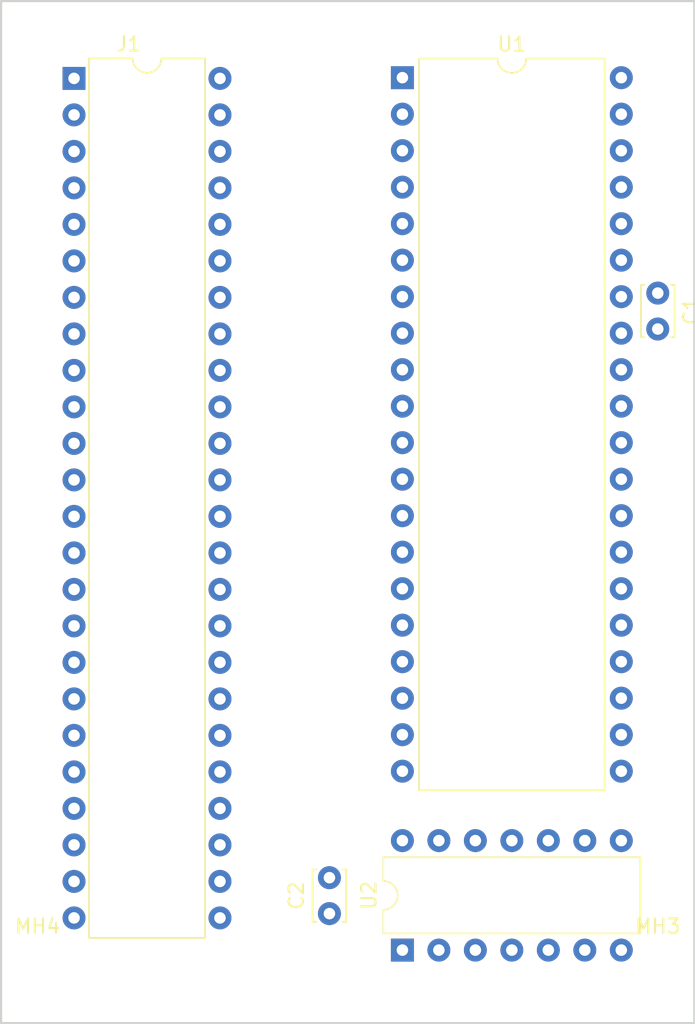
<source format=kicad_pcb>
(kicad_pcb (version 20171130) (host pcbnew 5.1.5+dfsg1-2build2)

  (general
    (thickness 1.6)
    (drawings 4)
    (tracks 0)
    (zones 0)
    (modules 9)
    (nets 59)
  )

  (page A4)
  (layers
    (0 F.Cu signal hide)
    (31 B.Cu signal)
    (32 B.Adhes user)
    (33 F.Adhes user)
    (34 B.Paste user)
    (35 F.Paste user)
    (36 B.SilkS user)
    (37 F.SilkS user)
    (38 B.Mask user)
    (39 F.Mask user)
    (40 Dwgs.User user)
    (41 Cmts.User user)
    (42 Eco1.User user)
    (43 Eco2.User user)
    (44 Edge.Cuts user)
    (45 Margin user)
    (46 B.CrtYd user)
    (47 F.CrtYd user)
    (48 B.Fab user)
    (49 F.Fab user)
  )

  (setup
    (last_trace_width 0.2)
    (user_trace_width 0.2)
    (user_trace_width 0.4)
    (user_trace_width 0.6)
    (user_trace_width 0.8)
    (user_trace_width 1)
    (user_trace_width 1.2)
    (user_trace_width 1.6)
    (user_trace_width 2)
    (trace_clearance 0.2)
    (zone_clearance 0.35)
    (zone_45_only no)
    (trace_min 0.1524)
    (via_size 0.6)
    (via_drill 0.3)
    (via_min_size 0.5)
    (via_min_drill 0.2)
    (user_via 0.9 0.5)
    (user_via 1.2 0.8)
    (user_via 1.4 0.9)
    (user_via 1.5 1)
    (uvia_size 0.3)
    (uvia_drill 0.1)
    (uvias_allowed no)
    (uvia_min_size 0.2)
    (uvia_min_drill 0.1)
    (edge_width 0.15)
    (segment_width 0.2)
    (pcb_text_width 0.3)
    (pcb_text_size 1.5 1.5)
    (mod_edge_width 0.15)
    (mod_text_size 1 1)
    (mod_text_width 0.15)
    (pad_size 3.2 3.2)
    (pad_drill 3.2)
    (pad_to_mask_clearance 0.051)
    (solder_mask_min_width 0.25)
    (aux_axis_origin 101 70)
    (grid_origin 101 70)
    (visible_elements FFFDFF7F)
    (pcbplotparams
      (layerselection 0x010fc_ffffffff)
      (usegerberextensions false)
      (usegerberattributes false)
      (usegerberadvancedattributes false)
      (creategerberjobfile false)
      (excludeedgelayer true)
      (linewidth 0.100000)
      (plotframeref false)
      (viasonmask false)
      (mode 1)
      (useauxorigin false)
      (hpglpennumber 1)
      (hpglpenspeed 20)
      (hpglpendiameter 15.000000)
      (psnegative false)
      (psa4output false)
      (plotreference true)
      (plotvalue true)
      (plotinvisibletext false)
      (padsonsilk false)
      (subtractmaskfromsilk false)
      (outputformat 1)
      (mirror false)
      (drillshape 1)
      (scaleselection 1)
      (outputdirectory ""))
  )

  (net 0 "")
  (net 1 VCC)
  (net 2 GND)
  (net 3 "Net-(U1-Pad20)")
  (net 4 "Net-(U1-Pad19)")
  (net 5 "Net-(U1-Pad18)")
  (net 6 "Net-(U1-Pad17)")
  (net 7 "Net-(U1-Pad16)")
  (net 8 "Net-(U1-Pad15)")
  (net 9 "Net-(U1-Pad14)")
  (net 10 "Net-(U1-Pad13)")
  (net 11 "Net-(J1-Pad20)")
  (net 12 /P53)
  (net 13 "Net-(J1-Pad30)")
  (net 14 "Net-(J1-Pad21)")
  (net 15 /P26)
  (net 16 "Net-(J1-Pad22)")
  (net 17 "Net-(J1-Pad27)")
  (net 18 /P27)
  (net 19 /P47)
  (net 20 "Net-(J1-Pad28)")
  (net 21 "Net-(J1-Pad29)")
  (net 22 /P46)
  (net 23 "Net-(J1-Pad26)")
  (net 24 "Net-(J1-Pad19)")
  (net 25 /P25)
  (net 26 "Net-(J1-Pad47)")
  (net 27 /P24)
  (net 28 "Net-(J1-Pad46)")
  (net 29 /P23)
  (net 30 "Net-(J1-Pad45)")
  (net 31 /P22)
  (net 32 "Net-(J1-Pad44)")
  (net 33 /P21)
  (net 34 "Net-(J1-Pad43)")
  (net 35 /P20)
  (net 36 /P34)
  (net 37 "Net-(J1-Pad10)")
  (net 38 /P35)
  (net 39 /P17)
  (net 40 /P36)
  (net 41 /P16)
  (net 42 "Net-(J1-Pad39)")
  (net 43 /P15)
  (net 44 /P40)
  (net 45 /P14)
  (net 46 /P41)
  (net 47 /P13)
  (net 48 /P42)
  (net 49 /P12)
  (net 50 /P11)
  (net 51 /P44)
  (net 52 /P10)
  (net 53 /P45)
  (net 54 /#RESET)
  (net 55 "Net-(U2-Pad6)")
  (net 56 "Net-(U2-Pad11)")
  (net 57 "Net-(U2-Pad8)")
  (net 58 "Net-(U1-Pad2)")

  (net_class Default "This is the default net class."
    (clearance 0.2)
    (trace_width 0.2)
    (via_dia 0.6)
    (via_drill 0.3)
    (uvia_dia 0.3)
    (uvia_drill 0.1)
    (diff_pair_width 0.2)
    (diff_pair_gap 0.2)
    (add_net /#RESET)
    (add_net /P10)
    (add_net /P11)
    (add_net /P12)
    (add_net /P13)
    (add_net /P14)
    (add_net /P15)
    (add_net /P16)
    (add_net /P17)
    (add_net /P20)
    (add_net /P21)
    (add_net /P22)
    (add_net /P23)
    (add_net /P24)
    (add_net /P25)
    (add_net /P26)
    (add_net /P27)
    (add_net /P34)
    (add_net /P35)
    (add_net /P36)
    (add_net /P40)
    (add_net /P41)
    (add_net /P42)
    (add_net /P44)
    (add_net /P45)
    (add_net /P46)
    (add_net /P47)
    (add_net /P53)
    (add_net GND)
    (add_net "Net-(J1-Pad10)")
    (add_net "Net-(J1-Pad19)")
    (add_net "Net-(J1-Pad20)")
    (add_net "Net-(J1-Pad21)")
    (add_net "Net-(J1-Pad22)")
    (add_net "Net-(J1-Pad26)")
    (add_net "Net-(J1-Pad27)")
    (add_net "Net-(J1-Pad28)")
    (add_net "Net-(J1-Pad29)")
    (add_net "Net-(J1-Pad30)")
    (add_net "Net-(J1-Pad39)")
    (add_net "Net-(J1-Pad43)")
    (add_net "Net-(J1-Pad44)")
    (add_net "Net-(J1-Pad45)")
    (add_net "Net-(J1-Pad46)")
    (add_net "Net-(J1-Pad47)")
    (add_net "Net-(U1-Pad13)")
    (add_net "Net-(U1-Pad14)")
    (add_net "Net-(U1-Pad15)")
    (add_net "Net-(U1-Pad16)")
    (add_net "Net-(U1-Pad17)")
    (add_net "Net-(U1-Pad18)")
    (add_net "Net-(U1-Pad19)")
    (add_net "Net-(U1-Pad2)")
    (add_net "Net-(U1-Pad20)")
    (add_net "Net-(U2-Pad11)")
    (add_net "Net-(U2-Pad6)")
    (add_net "Net-(U2-Pad8)")
    (add_net VCC)
  )

  (module Package_DIP:DIP-14_W7.62mm (layer F.Cu) (tedit 5A02E8C5) (tstamp 618AB1BD)
    (at 126.4 133.5 90)
    (descr "14-lead though-hole mounted DIP package, row spacing 7.62 mm (300 mils)")
    (tags "THT DIP DIL PDIP 2.54mm 7.62mm 300mil")
    (path /618CEFAB)
    (fp_text reference U2 (at 3.81 -2.33 90) (layer F.SilkS)
      (effects (font (size 1 1) (thickness 0.15)))
    )
    (fp_text value 74HCT126 (at 3.81 17.57 90) (layer F.Fab)
      (effects (font (size 1 1) (thickness 0.15)))
    )
    (fp_text user %R (at 3.81 7.62 90) (layer F.Fab)
      (effects (font (size 1 1) (thickness 0.15)))
    )
    (fp_line (start 8.7 -1.55) (end -1.1 -1.55) (layer F.CrtYd) (width 0.05))
    (fp_line (start 8.7 16.8) (end 8.7 -1.55) (layer F.CrtYd) (width 0.05))
    (fp_line (start -1.1 16.8) (end 8.7 16.8) (layer F.CrtYd) (width 0.05))
    (fp_line (start -1.1 -1.55) (end -1.1 16.8) (layer F.CrtYd) (width 0.05))
    (fp_line (start 6.46 -1.33) (end 4.81 -1.33) (layer F.SilkS) (width 0.12))
    (fp_line (start 6.46 16.57) (end 6.46 -1.33) (layer F.SilkS) (width 0.12))
    (fp_line (start 1.16 16.57) (end 6.46 16.57) (layer F.SilkS) (width 0.12))
    (fp_line (start 1.16 -1.33) (end 1.16 16.57) (layer F.SilkS) (width 0.12))
    (fp_line (start 2.81 -1.33) (end 1.16 -1.33) (layer F.SilkS) (width 0.12))
    (fp_line (start 0.635 -0.27) (end 1.635 -1.27) (layer F.Fab) (width 0.1))
    (fp_line (start 0.635 16.51) (end 0.635 -0.27) (layer F.Fab) (width 0.1))
    (fp_line (start 6.985 16.51) (end 0.635 16.51) (layer F.Fab) (width 0.1))
    (fp_line (start 6.985 -1.27) (end 6.985 16.51) (layer F.Fab) (width 0.1))
    (fp_line (start 1.635 -1.27) (end 6.985 -1.27) (layer F.Fab) (width 0.1))
    (fp_arc (start 3.81 -1.33) (end 2.81 -1.33) (angle -180) (layer F.SilkS) (width 0.12))
    (pad 14 thru_hole oval (at 7.62 0 90) (size 1.6 1.6) (drill 0.8) (layers *.Cu *.Mask)
      (net 1 VCC))
    (pad 7 thru_hole oval (at 0 15.24 90) (size 1.6 1.6) (drill 0.8) (layers *.Cu *.Mask)
      (net 2 GND))
    (pad 13 thru_hole oval (at 7.62 2.54 90) (size 1.6 1.6) (drill 0.8) (layers *.Cu *.Mask)
      (net 2 GND))
    (pad 6 thru_hole oval (at 0 12.7 90) (size 1.6 1.6) (drill 0.8) (layers *.Cu *.Mask)
      (net 55 "Net-(U2-Pad6)"))
    (pad 12 thru_hole oval (at 7.62 5.08 90) (size 1.6 1.6) (drill 0.8) (layers *.Cu *.Mask)
      (net 2 GND))
    (pad 5 thru_hole oval (at 0 10.16 90) (size 1.6 1.6) (drill 0.8) (layers *.Cu *.Mask)
      (net 2 GND))
    (pad 11 thru_hole oval (at 7.62 7.62 90) (size 1.6 1.6) (drill 0.8) (layers *.Cu *.Mask)
      (net 56 "Net-(U2-Pad11)"))
    (pad 4 thru_hole oval (at 0 7.62 90) (size 1.6 1.6) (drill 0.8) (layers *.Cu *.Mask)
      (net 2 GND))
    (pad 10 thru_hole oval (at 7.62 10.16 90) (size 1.6 1.6) (drill 0.8) (layers *.Cu *.Mask)
      (net 2 GND))
    (pad 3 thru_hole oval (at 0 5.08 90) (size 1.6 1.6) (drill 0.8) (layers *.Cu *.Mask)
      (net 54 /#RESET))
    (pad 9 thru_hole oval (at 7.62 12.7 90) (size 1.6 1.6) (drill 0.8) (layers *.Cu *.Mask)
      (net 2 GND))
    (pad 2 thru_hole oval (at 0 2.54 90) (size 1.6 1.6) (drill 0.8) (layers *.Cu *.Mask)
      (net 12 /P53))
    (pad 8 thru_hole oval (at 7.62 15.24 90) (size 1.6 1.6) (drill 0.8) (layers *.Cu *.Mask)
      (net 57 "Net-(U2-Pad8)"))
    (pad 1 thru_hole rect (at 0 0 90) (size 1.6 1.6) (drill 0.8) (layers *.Cu *.Mask)
      (net 1 VCC))
    (model ${KISYS3DMOD}/Package_DIP.3dshapes/DIP-14_W7.62mm.wrl
      (at (xyz 0 0 0))
      (scale (xyz 1 1 1))
      (rotate (xyz 0 0 0))
    )
  )

  (module Package_DIP:DIP-40_W15.24mm (layer F.Cu) (tedit 5A02E8C5) (tstamp 618AB36B)
    (at 126.4 72.79)
    (descr "40-lead though-hole mounted DIP package, row spacing 15.24 mm (600 mils)")
    (tags "THT DIP DIL PDIP 2.54mm 15.24mm 600mil")
    (path /621260A3)
    (fp_text reference U1 (at 7.62 -2.33) (layer F.SilkS)
      (effects (font (size 1 1) (thickness 0.15)))
    )
    (fp_text value HD6303R1P (at 7.62 50.59) (layer F.Fab)
      (effects (font (size 1 1) (thickness 0.15)))
    )
    (fp_text user %R (at 7.62 24.13) (layer F.Fab)
      (effects (font (size 1 1) (thickness 0.15)))
    )
    (fp_line (start 16.3 -1.55) (end -1.05 -1.55) (layer F.CrtYd) (width 0.05))
    (fp_line (start 16.3 49.8) (end 16.3 -1.55) (layer F.CrtYd) (width 0.05))
    (fp_line (start -1.05 49.8) (end 16.3 49.8) (layer F.CrtYd) (width 0.05))
    (fp_line (start -1.05 -1.55) (end -1.05 49.8) (layer F.CrtYd) (width 0.05))
    (fp_line (start 14.08 -1.33) (end 8.62 -1.33) (layer F.SilkS) (width 0.12))
    (fp_line (start 14.08 49.59) (end 14.08 -1.33) (layer F.SilkS) (width 0.12))
    (fp_line (start 1.16 49.59) (end 14.08 49.59) (layer F.SilkS) (width 0.12))
    (fp_line (start 1.16 -1.33) (end 1.16 49.59) (layer F.SilkS) (width 0.12))
    (fp_line (start 6.62 -1.33) (end 1.16 -1.33) (layer F.SilkS) (width 0.12))
    (fp_line (start 0.255 -0.27) (end 1.255 -1.27) (layer F.Fab) (width 0.1))
    (fp_line (start 0.255 49.53) (end 0.255 -0.27) (layer F.Fab) (width 0.1))
    (fp_line (start 14.985 49.53) (end 0.255 49.53) (layer F.Fab) (width 0.1))
    (fp_line (start 14.985 -1.27) (end 14.985 49.53) (layer F.Fab) (width 0.1))
    (fp_line (start 1.255 -1.27) (end 14.985 -1.27) (layer F.Fab) (width 0.1))
    (fp_arc (start 7.62 -1.33) (end 6.62 -1.33) (angle -180) (layer F.SilkS) (width 0.12))
    (pad 40 thru_hole oval (at 15.24 0) (size 1.6 1.6) (drill 0.8) (layers *.Cu *.Mask)
      (net 19 /P47))
    (pad 20 thru_hole oval (at 0 48.26) (size 1.6 1.6) (drill 0.8) (layers *.Cu *.Mask)
      (net 3 "Net-(U1-Pad20)"))
    (pad 39 thru_hole oval (at 15.24 2.54) (size 1.6 1.6) (drill 0.8) (layers *.Cu *.Mask)
      (net 44 /P40))
    (pad 19 thru_hole oval (at 0 45.72) (size 1.6 1.6) (drill 0.8) (layers *.Cu *.Mask)
      (net 4 "Net-(U1-Pad19)"))
    (pad 38 thru_hole oval (at 15.24 5.08) (size 1.6 1.6) (drill 0.8) (layers *.Cu *.Mask)
      (net 46 /P41))
    (pad 18 thru_hole oval (at 0 43.18) (size 1.6 1.6) (drill 0.8) (layers *.Cu *.Mask)
      (net 5 "Net-(U1-Pad18)"))
    (pad 37 thru_hole oval (at 15.24 7.62) (size 1.6 1.6) (drill 0.8) (layers *.Cu *.Mask)
      (net 52 /P10))
    (pad 17 thru_hole oval (at 0 40.64) (size 1.6 1.6) (drill 0.8) (layers *.Cu *.Mask)
      (net 6 "Net-(U1-Pad17)"))
    (pad 36 thru_hole oval (at 15.24 10.16) (size 1.6 1.6) (drill 0.8) (layers *.Cu *.Mask)
      (net 50 /P11))
    (pad 16 thru_hole oval (at 0 38.1) (size 1.6 1.6) (drill 0.8) (layers *.Cu *.Mask)
      (net 7 "Net-(U1-Pad16)"))
    (pad 35 thru_hole oval (at 15.24 12.7) (size 1.6 1.6) (drill 0.8) (layers *.Cu *.Mask)
      (net 49 /P12))
    (pad 15 thru_hole oval (at 0 35.56) (size 1.6 1.6) (drill 0.8) (layers *.Cu *.Mask)
      (net 8 "Net-(U1-Pad15)"))
    (pad 34 thru_hole oval (at 15.24 15.24) (size 1.6 1.6) (drill 0.8) (layers *.Cu *.Mask)
      (net 47 /P13))
    (pad 14 thru_hole oval (at 0 33.02) (size 1.6 1.6) (drill 0.8) (layers *.Cu *.Mask)
      (net 9 "Net-(U1-Pad14)"))
    (pad 33 thru_hole oval (at 15.24 17.78) (size 1.6 1.6) (drill 0.8) (layers *.Cu *.Mask)
      (net 45 /P14))
    (pad 13 thru_hole oval (at 0 30.48) (size 1.6 1.6) (drill 0.8) (layers *.Cu *.Mask)
      (net 10 "Net-(U1-Pad13)"))
    (pad 32 thru_hole oval (at 15.24 20.32) (size 1.6 1.6) (drill 0.8) (layers *.Cu *.Mask)
      (net 43 /P15))
    (pad 12 thru_hole oval (at 0 27.94) (size 1.6 1.6) (drill 0.8) (layers *.Cu *.Mask)
      (net 51 /P44))
    (pad 31 thru_hole oval (at 15.24 22.86) (size 1.6 1.6) (drill 0.8) (layers *.Cu *.Mask)
      (net 41 /P16))
    (pad 11 thru_hole oval (at 0 25.4) (size 1.6 1.6) (drill 0.8) (layers *.Cu *.Mask)
      (net 53 /P45))
    (pad 30 thru_hole oval (at 15.24 25.4) (size 1.6 1.6) (drill 0.8) (layers *.Cu *.Mask)
      (net 39 /P17))
    (pad 10 thru_hole oval (at 0 22.86) (size 1.6 1.6) (drill 0.8) (layers *.Cu *.Mask)
      (net 40 /P36))
    (pad 29 thru_hole oval (at 15.24 27.94) (size 1.6 1.6) (drill 0.8) (layers *.Cu *.Mask)
      (net 35 /P20))
    (pad 9 thru_hole oval (at 0 20.32) (size 1.6 1.6) (drill 0.8) (layers *.Cu *.Mask)
      (net 38 /P35))
    (pad 28 thru_hole oval (at 15.24 30.48) (size 1.6 1.6) (drill 0.8) (layers *.Cu *.Mask)
      (net 33 /P21))
    (pad 8 thru_hole oval (at 0 17.78) (size 1.6 1.6) (drill 0.8) (layers *.Cu *.Mask)
      (net 36 /P34))
    (pad 27 thru_hole oval (at 15.24 33.02) (size 1.6 1.6) (drill 0.8) (layers *.Cu *.Mask)
      (net 31 /P22))
    (pad 7 thru_hole oval (at 0 15.24) (size 1.6 1.6) (drill 0.8) (layers *.Cu *.Mask)
      (net 1 VCC))
    (pad 26 thru_hole oval (at 15.24 35.56) (size 1.6 1.6) (drill 0.8) (layers *.Cu *.Mask)
      (net 29 /P23))
    (pad 6 thru_hole oval (at 0 12.7) (size 1.6 1.6) (drill 0.8) (layers *.Cu *.Mask)
      (net 54 /#RESET))
    (pad 25 thru_hole oval (at 15.24 38.1) (size 1.6 1.6) (drill 0.8) (layers *.Cu *.Mask)
      (net 27 /P24))
    (pad 5 thru_hole oval (at 0 10.16) (size 1.6 1.6) (drill 0.8) (layers *.Cu *.Mask)
      (net 48 /P42))
    (pad 24 thru_hole oval (at 15.24 40.64) (size 1.6 1.6) (drill 0.8) (layers *.Cu *.Mask)
      (net 25 /P25))
    (pad 4 thru_hole oval (at 0 7.62) (size 1.6 1.6) (drill 0.8) (layers *.Cu *.Mask)
      (net 38 /P35))
    (pad 23 thru_hole oval (at 15.24 43.18) (size 1.6 1.6) (drill 0.8) (layers *.Cu *.Mask)
      (net 15 /P26))
    (pad 3 thru_hole oval (at 0 5.08) (size 1.6 1.6) (drill 0.8) (layers *.Cu *.Mask)
      (net 22 /P46))
    (pad 22 thru_hole oval (at 15.24 45.72) (size 1.6 1.6) (drill 0.8) (layers *.Cu *.Mask)
      (net 18 /P27))
    (pad 2 thru_hole oval (at 0 2.54) (size 1.6 1.6) (drill 0.8) (layers *.Cu *.Mask)
      (net 58 "Net-(U1-Pad2)"))
    (pad 21 thru_hole oval (at 15.24 48.26) (size 1.6 1.6) (drill 0.8) (layers *.Cu *.Mask)
      (net 1 VCC))
    (pad 1 thru_hole rect (at 0 0) (size 1.6 1.6) (drill 0.8) (layers *.Cu *.Mask)
      (net 2 GND))
    (model ${KISYS3DMOD}/Package_DIP.3dshapes/DIP-40_W15.24mm.wrl
      (at (xyz 0 0 0))
      (scale (xyz 1 1 1))
      (rotate (xyz 0 0 0))
    )
  )

  (module 0-LocalLibrary:DIP-48_W10.16mm (layer F.Cu) (tedit 618A4CDE) (tstamp 618AAE8B)
    (at 103.54 72.84)
    (descr "48-lead dip package, row spacing 10.16 mm (400 mils)")
    (tags "DIL DIP PDIP 2.54mm 10.16mm 400mil")
    (path /6188D20A)
    (fp_text reference J1 (at 3.81 -2.39) (layer F.SilkS)
      (effects (font (size 1 1) (thickness 0.15)))
    )
    (fp_text value BionicConnector (at 5.08 60.96) (layer F.Fab)
      (effects (font (size 1 1) (thickness 0.15)))
    )
    (fp_line (start 11.22 60.02) (end 11.22 18.72) (layer F.CrtYd) (width 0.05))
    (fp_line (start 9.905 59.69) (end 0.255 59.69) (layer F.Fab) (width 0.1))
    (fp_line (start 0.255 59.69) (end 0.255 20.05) (layer F.Fab) (width 0.1))
    (fp_line (start -1.1 60.02) (end 11.22 60.02) (layer F.CrtYd) (width 0.05))
    (fp_line (start -1.1 18.72) (end -1.1 60.02) (layer F.CrtYd) (width 0.05))
    (fp_line (start 9.12 59.81) (end 9.12 18.93) (layer F.SilkS) (width 0.12))
    (fp_line (start 1.04 59.81) (end 9.12 59.81) (layer F.SilkS) (width 0.12))
    (fp_line (start 1.04 18.93) (end 1.04 59.81) (layer F.SilkS) (width 0.12))
    (fp_line (start 9.905 19.05) (end 9.905 59.69) (layer F.Fab) (width 0.1))
    (fp_arc (start 5.08 -1.39) (end 4.08 -1.39) (angle -180) (layer F.SilkS) (width 0.12))
    (fp_line (start 11.22 -1.6) (end -1.1 -1.6) (layer F.CrtYd) (width 0.05))
    (fp_line (start 11.22 39.7) (end 11.22 -1.6) (layer F.CrtYd) (width 0.05))
    (fp_line (start -1.1 -1.6) (end -1.1 39.7) (layer F.CrtYd) (width 0.05))
    (fp_line (start 9.12 -1.39) (end 6.08 -1.39) (layer F.SilkS) (width 0.12))
    (fp_line (start 9.12 39.49) (end 9.12 -1.39) (layer F.SilkS) (width 0.12))
    (fp_line (start 1.04 -1.39) (end 1.04 39.49) (layer F.SilkS) (width 0.12))
    (fp_line (start 4.08 -1.39) (end 1.04 -1.39) (layer F.SilkS) (width 0.12))
    (fp_line (start 0.255 -0.27) (end 1.255 -1.27) (layer F.Fab) (width 0.1))
    (fp_line (start 0.255 39.37) (end 0.255 -0.27) (layer F.Fab) (width 0.1))
    (fp_line (start 9.905 -1.27) (end 9.905 39.37) (layer F.Fab) (width 0.1))
    (fp_line (start 1.255 -1.27) (end 9.905 -1.27) (layer F.Fab) (width 0.1))
    (fp_text user %R (at 3.81 19.05) (layer F.Fab)
      (effects (font (size 1 1) (thickness 0.15)))
    )
    (pad 20 thru_hole oval (at 0 48.26) (size 1.6 1.6) (drill 0.8) (layers *.Cu *.Mask)
      (net 11 "Net-(J1-Pad20)"))
    (pad 24 thru_hole oval (at 0 58.42) (size 1.6 1.6) (drill 0.8) (layers *.Cu *.Mask)
      (net 1 VCC))
    (pad 25 thru_hole oval (at 10.16 58.42) (size 1.6 1.6) (drill 0.8) (layers *.Cu *.Mask)
      (net 1 VCC))
    (pad 23 thru_hole oval (at 0 55.88) (size 1.6 1.6) (drill 0.8) (layers *.Cu *.Mask)
      (net 12 /P53))
    (pad 30 thru_hole oval (at 10.16 45.72) (size 1.6 1.6) (drill 0.8) (layers *.Cu *.Mask)
      (net 13 "Net-(J1-Pad30)"))
    (pad 21 thru_hole oval (at 0 50.8) (size 1.6 1.6) (drill 0.8) (layers *.Cu *.Mask)
      (net 14 "Net-(J1-Pad21)"))
    (pad 17 thru_hole oval (at 0 40.64) (size 1.6 1.6) (drill 0.8) (layers *.Cu *.Mask)
      (net 15 /P26))
    (pad 22 thru_hole oval (at 0 53.34) (size 1.6 1.6) (drill 0.8) (layers *.Cu *.Mask)
      (net 16 "Net-(J1-Pad22)"))
    (pad 27 thru_hole oval (at 10.16 53.34) (size 1.6 1.6) (drill 0.8) (layers *.Cu *.Mask)
      (net 17 "Net-(J1-Pad27)"))
    (pad 18 thru_hole oval (at 0 43.18) (size 1.6 1.6) (drill 0.8) (layers *.Cu *.Mask)
      (net 18 /P27))
    (pad 31 thru_hole oval (at 10.16 43.18) (size 1.6 1.6) (drill 0.8) (layers *.Cu *.Mask)
      (net 19 /P47))
    (pad 28 thru_hole oval (at 10.16 50.8) (size 1.6 1.6) (drill 0.8) (layers *.Cu *.Mask)
      (net 20 "Net-(J1-Pad28)"))
    (pad 29 thru_hole oval (at 10.16 48.26) (size 1.6 1.6) (drill 0.8) (layers *.Cu *.Mask)
      (net 21 "Net-(J1-Pad29)"))
    (pad 32 thru_hole oval (at 10.16 40.64) (size 1.6 1.6) (drill 0.8) (layers *.Cu *.Mask)
      (net 22 /P46))
    (pad 26 thru_hole oval (at 10.16 55.88) (size 1.6 1.6) (drill 0.8) (layers *.Cu *.Mask)
      (net 23 "Net-(J1-Pad26)"))
    (pad 19 thru_hole oval (at 0 45.72) (size 1.6 1.6) (drill 0.8) (layers *.Cu *.Mask)
      (net 24 "Net-(J1-Pad19)"))
    (pad 48 thru_hole oval (at 10.16 0) (size 1.6 1.6) (drill 0.8) (layers *.Cu *.Mask)
      (net 2 GND))
    (pad 16 thru_hole oval (at 0 38.1) (size 1.6 1.6) (drill 0.8) (layers *.Cu *.Mask)
      (net 25 /P25))
    (pad 47 thru_hole oval (at 10.16 2.54) (size 1.6 1.6) (drill 0.8) (layers *.Cu *.Mask)
      (net 26 "Net-(J1-Pad47)"))
    (pad 15 thru_hole oval (at 0 35.56) (size 1.6 1.6) (drill 0.8) (layers *.Cu *.Mask)
      (net 27 /P24))
    (pad 46 thru_hole oval (at 10.16 5.08) (size 1.6 1.6) (drill 0.8) (layers *.Cu *.Mask)
      (net 28 "Net-(J1-Pad46)"))
    (pad 14 thru_hole oval (at 0 33.02) (size 1.6 1.6) (drill 0.8) (layers *.Cu *.Mask)
      (net 29 /P23))
    (pad 45 thru_hole oval (at 10.16 7.62) (size 1.6 1.6) (drill 0.8) (layers *.Cu *.Mask)
      (net 30 "Net-(J1-Pad45)"))
    (pad 13 thru_hole oval (at 0 30.48) (size 1.6 1.6) (drill 0.8) (layers *.Cu *.Mask)
      (net 31 /P22))
    (pad 44 thru_hole oval (at 10.16 10.16) (size 1.6 1.6) (drill 0.8) (layers *.Cu *.Mask)
      (net 32 "Net-(J1-Pad44)"))
    (pad 12 thru_hole oval (at 0 27.94) (size 1.6 1.6) (drill 0.8) (layers *.Cu *.Mask)
      (net 33 /P21))
    (pad 43 thru_hole oval (at 10.16 12.7) (size 1.6 1.6) (drill 0.8) (layers *.Cu *.Mask)
      (net 34 "Net-(J1-Pad43)"))
    (pad 11 thru_hole oval (at 0 25.4) (size 1.6 1.6) (drill 0.8) (layers *.Cu *.Mask)
      (net 35 /P20))
    (pad 42 thru_hole oval (at 10.16 15.24) (size 1.6 1.6) (drill 0.8) (layers *.Cu *.Mask)
      (net 36 /P34))
    (pad 10 thru_hole oval (at 0 22.86) (size 1.6 1.6) (drill 0.8) (layers *.Cu *.Mask)
      (net 37 "Net-(J1-Pad10)"))
    (pad 41 thru_hole oval (at 10.16 17.78) (size 1.6 1.6) (drill 0.8) (layers *.Cu *.Mask)
      (net 38 /P35))
    (pad 9 thru_hole oval (at 0 20.32) (size 1.6 1.6) (drill 0.8) (layers *.Cu *.Mask)
      (net 39 /P17))
    (pad 40 thru_hole oval (at 10.16 20.32) (size 1.6 1.6) (drill 0.8) (layers *.Cu *.Mask)
      (net 40 /P36))
    (pad 8 thru_hole oval (at 0 17.78) (size 1.6 1.6) (drill 0.8) (layers *.Cu *.Mask)
      (net 41 /P16))
    (pad 39 thru_hole oval (at 10.16 22.86) (size 1.6 1.6) (drill 0.8) (layers *.Cu *.Mask)
      (net 42 "Net-(J1-Pad39)"))
    (pad 7 thru_hole oval (at 0 15.24) (size 1.6 1.6) (drill 0.8) (layers *.Cu *.Mask)
      (net 43 /P15))
    (pad 38 thru_hole oval (at 10.16 25.4) (size 1.6 1.6) (drill 0.8) (layers *.Cu *.Mask)
      (net 44 /P40))
    (pad 6 thru_hole oval (at 0 12.7) (size 1.6 1.6) (drill 0.8) (layers *.Cu *.Mask)
      (net 45 /P14))
    (pad 37 thru_hole oval (at 10.16 27.94) (size 1.6 1.6) (drill 0.8) (layers *.Cu *.Mask)
      (net 46 /P41))
    (pad 5 thru_hole oval (at 0 10.16) (size 1.6 1.6) (drill 0.8) (layers *.Cu *.Mask)
      (net 47 /P13))
    (pad 36 thru_hole oval (at 10.16 30.48) (size 1.6 1.6) (drill 0.8) (layers *.Cu *.Mask)
      (net 48 /P42))
    (pad 4 thru_hole oval (at 0 7.62) (size 1.6 1.6) (drill 0.8) (layers *.Cu *.Mask)
      (net 49 /P12))
    (pad 35 thru_hole oval (at 10.16 33.02) (size 1.6 1.6) (drill 0.8) (layers *.Cu *.Mask)
      (net 38 /P35))
    (pad 3 thru_hole oval (at 0 5.08) (size 1.6 1.6) (drill 0.8) (layers *.Cu *.Mask)
      (net 50 /P11))
    (pad 34 thru_hole oval (at 10.16 35.56) (size 1.6 1.6) (drill 0.8) (layers *.Cu *.Mask)
      (net 51 /P44))
    (pad 2 thru_hole oval (at 0 2.54) (size 1.6 1.6) (drill 0.8) (layers *.Cu *.Mask)
      (net 52 /P10))
    (pad 33 thru_hole oval (at 10.16 38.1) (size 1.6 1.6) (drill 0.8) (layers *.Cu *.Mask)
      (net 53 /P45))
    (pad 1 thru_hole rect (at 0 0) (size 1.6 1.6) (drill 0.8) (layers *.Cu *.Mask)
      (net 2 GND))
    (model ${KISYS3DMOD}/Package_DIP.3dshapes/DIP-32_W7.62mm.wrl
      (at (xyz 0 0 0))
      (scale (xyz 1 1 1))
      (rotate (xyz 0 0 0))
    )
  )

  (module Capacitor_THT:C_Disc_D3.4mm_W2.1mm_P2.50mm (layer F.Cu) (tedit 5AE50EF0) (tstamp 618AAE41)
    (at 121.32 130.96 90)
    (descr "C, Disc series, Radial, pin pitch=2.50mm, , diameter*width=3.4*2.1mm^2, Capacitor, http://www.vishay.com/docs/45233/krseries.pdf")
    (tags "C Disc series Radial pin pitch 2.50mm  diameter 3.4mm width 2.1mm Capacitor")
    (path /5D0E12B4)
    (fp_text reference C2 (at 1.25 -2.3 90) (layer F.SilkS)
      (effects (font (size 1 1) (thickness 0.15)))
    )
    (fp_text value 0.1u (at 1.25 2.3 90) (layer F.Fab)
      (effects (font (size 1 1) (thickness 0.15)))
    )
    (fp_text user %R (at 1.25 0 90) (layer F.Fab)
      (effects (font (size 0.68 0.68) (thickness 0.102)))
    )
    (fp_line (start 3.55 -1.3) (end -1.05 -1.3) (layer F.CrtYd) (width 0.05))
    (fp_line (start 3.55 1.3) (end 3.55 -1.3) (layer F.CrtYd) (width 0.05))
    (fp_line (start -1.05 1.3) (end 3.55 1.3) (layer F.CrtYd) (width 0.05))
    (fp_line (start -1.05 -1.3) (end -1.05 1.3) (layer F.CrtYd) (width 0.05))
    (fp_line (start 3.07 0.925) (end 3.07 1.17) (layer F.SilkS) (width 0.12))
    (fp_line (start 3.07 -1.17) (end 3.07 -0.925) (layer F.SilkS) (width 0.12))
    (fp_line (start -0.57 0.925) (end -0.57 1.17) (layer F.SilkS) (width 0.12))
    (fp_line (start -0.57 -1.17) (end -0.57 -0.925) (layer F.SilkS) (width 0.12))
    (fp_line (start -0.57 1.17) (end 3.07 1.17) (layer F.SilkS) (width 0.12))
    (fp_line (start -0.57 -1.17) (end 3.07 -1.17) (layer F.SilkS) (width 0.12))
    (fp_line (start 2.95 -1.05) (end -0.45 -1.05) (layer F.Fab) (width 0.1))
    (fp_line (start 2.95 1.05) (end 2.95 -1.05) (layer F.Fab) (width 0.1))
    (fp_line (start -0.45 1.05) (end 2.95 1.05) (layer F.Fab) (width 0.1))
    (fp_line (start -0.45 -1.05) (end -0.45 1.05) (layer F.Fab) (width 0.1))
    (pad 2 thru_hole circle (at 2.5 0 90) (size 1.6 1.6) (drill 0.8) (layers *.Cu *.Mask)
      (net 2 GND))
    (pad 1 thru_hole circle (at 0 0 90) (size 1.6 1.6) (drill 0.8) (layers *.Cu *.Mask)
      (net 1 VCC))
    (model ${KISYS3DMOD}/Capacitor_THT.3dshapes/C_Disc_D3.4mm_W2.1mm_P2.50mm.wrl
      (at (xyz 0 0 0))
      (scale (xyz 1 1 1))
      (rotate (xyz 0 0 0))
    )
  )

  (module Capacitor_THT:C_Disc_D3.4mm_W2.1mm_P2.50mm (layer F.Cu) (tedit 5AE50EF0) (tstamp 618AAE2C)
    (at 144.18 87.78 270)
    (descr "C, Disc series, Radial, pin pitch=2.50mm, , diameter*width=3.4*2.1mm^2, Capacitor, http://www.vishay.com/docs/45233/krseries.pdf")
    (tags "C Disc series Radial pin pitch 2.50mm  diameter 3.4mm width 2.1mm Capacitor")
    (path /618D4C16)
    (fp_text reference C1 (at 1.25 -2.3 90) (layer F.SilkS)
      (effects (font (size 1 1) (thickness 0.15)))
    )
    (fp_text value 0.1u (at 1.25 2.3 90) (layer F.Fab)
      (effects (font (size 1 1) (thickness 0.15)))
    )
    (fp_text user %R (at 1.25 0 90) (layer F.Fab)
      (effects (font (size 0.68 0.68) (thickness 0.102)))
    )
    (fp_line (start 3.55 -1.3) (end -1.05 -1.3) (layer F.CrtYd) (width 0.05))
    (fp_line (start 3.55 1.3) (end 3.55 -1.3) (layer F.CrtYd) (width 0.05))
    (fp_line (start -1.05 1.3) (end 3.55 1.3) (layer F.CrtYd) (width 0.05))
    (fp_line (start -1.05 -1.3) (end -1.05 1.3) (layer F.CrtYd) (width 0.05))
    (fp_line (start 3.07 0.925) (end 3.07 1.17) (layer F.SilkS) (width 0.12))
    (fp_line (start 3.07 -1.17) (end 3.07 -0.925) (layer F.SilkS) (width 0.12))
    (fp_line (start -0.57 0.925) (end -0.57 1.17) (layer F.SilkS) (width 0.12))
    (fp_line (start -0.57 -1.17) (end -0.57 -0.925) (layer F.SilkS) (width 0.12))
    (fp_line (start -0.57 1.17) (end 3.07 1.17) (layer F.SilkS) (width 0.12))
    (fp_line (start -0.57 -1.17) (end 3.07 -1.17) (layer F.SilkS) (width 0.12))
    (fp_line (start 2.95 -1.05) (end -0.45 -1.05) (layer F.Fab) (width 0.1))
    (fp_line (start 2.95 1.05) (end 2.95 -1.05) (layer F.Fab) (width 0.1))
    (fp_line (start -0.45 1.05) (end 2.95 1.05) (layer F.Fab) (width 0.1))
    (fp_line (start -0.45 -1.05) (end -0.45 1.05) (layer F.Fab) (width 0.1))
    (pad 2 thru_hole circle (at 2.5 0 270) (size 1.6 1.6) (drill 0.8) (layers *.Cu *.Mask)
      (net 2 GND))
    (pad 1 thru_hole circle (at 0 0 270) (size 1.6 1.6) (drill 0.8) (layers *.Cu *.Mask)
      (net 1 VCC))
    (model ${KISYS3DMOD}/Capacitor_THT.3dshapes/C_Disc_D3.4mm_W2.1mm_P2.50mm.wrl
      (at (xyz 0 0 0))
      (scale (xyz 1 1 1))
      (rotate (xyz 0 0 0))
    )
  )

  (module MountingHole:MountingHole_3.2mm_M3 (layer F.Cu) (tedit 56D1B4CB) (tstamp 618AA90D)
    (at 101 136.04)
    (descr "Mounting Hole 3.2mm, no annular, M3")
    (tags "mounting hole 3.2mm no annular m3")
    (attr virtual)
    (fp_text reference MH4 (at 0 -4.2) (layer F.SilkS)
      (effects (font (size 1 1) (thickness 0.15)))
    )
    (fp_text value MountingHole_3.2mm_M3 (at 0 4.2) (layer F.Fab)
      (effects (font (size 1 1) (thickness 0.15)))
    )
    (fp_circle (center 0 0) (end 3.45 0) (layer F.CrtYd) (width 0.05))
    (fp_circle (center 0 0) (end 3.2 0) (layer Cmts.User) (width 0.15))
    (fp_text user %R (at 0.3 0) (layer F.Fab)
      (effects (font (size 1 1) (thickness 0.15)))
    )
    (pad 1 np_thru_hole circle (at 0 0) (size 3.2 3.2) (drill 3.2) (layers *.Cu *.Mask))
  )

  (module MountingHole:MountingHole_3.2mm_M3 (layer F.Cu) (tedit 56D1B4CB) (tstamp 618AA8EF)
    (at 144.18 136.04)
    (descr "Mounting Hole 3.2mm, no annular, M3")
    (tags "mounting hole 3.2mm no annular m3")
    (attr virtual)
    (fp_text reference MH3 (at 0 -4.2) (layer F.SilkS)
      (effects (font (size 1 1) (thickness 0.15)))
    )
    (fp_text value MountingHole_3.2mm_M3 (at 0 4.2) (layer F.Fab)
      (effects (font (size 1 1) (thickness 0.15)))
    )
    (fp_circle (center 0 0) (end 3.45 0) (layer F.CrtYd) (width 0.05))
    (fp_circle (center 0 0) (end 3.2 0) (layer Cmts.User) (width 0.15))
    (fp_text user %R (at 0.3 0) (layer F.Fab)
      (effects (font (size 1 1) (thickness 0.15)))
    )
    (pad 1 np_thru_hole circle (at 0 0) (size 3.2 3.2) (drill 3.2) (layers *.Cu *.Mask))
  )

  (module MountingHole:MountingHole_3.2mm_M3 (layer F.Cu) (tedit 56D1B4CB) (tstamp 618AA8C0)
    (at 144.18 70)
    (descr "Mounting Hole 3.2mm, no annular, M3")
    (tags "mounting hole 3.2mm no annular m3")
    (attr virtual)
    (fp_text reference MH2 (at 0 -4.2) (layer F.SilkS)
      (effects (font (size 1 1) (thickness 0.15)))
    )
    (fp_text value MountingHole_3.2mm_M3 (at 0 4.2) (layer F.Fab)
      (effects (font (size 1 1) (thickness 0.15)))
    )
    (fp_circle (center 0 0) (end 3.45 0) (layer F.CrtYd) (width 0.05))
    (fp_circle (center 0 0) (end 3.2 0) (layer Cmts.User) (width 0.15))
    (fp_text user %R (at 0.3 0) (layer F.Fab)
      (effects (font (size 1 1) (thickness 0.15)))
    )
    (pad 1 np_thru_hole circle (at 0 0) (size 3.2 3.2) (drill 3.2) (layers *.Cu *.Mask))
  )

  (module MountingHole:MountingHole_3.2mm_M3 (layer F.Cu) (tedit 618A6455) (tstamp 618AA897)
    (at 101 70)
    (descr "Mounting Hole 3.2mm, no annular, M3")
    (tags "mounting hole 3.2mm no annular m3")
    (attr virtual)
    (fp_text reference MH1 (at 0 -4.2) (layer F.SilkS)
      (effects (font (size 1 1) (thickness 0.15)))
    )
    (fp_text value MountingHole_3.2mm_M3 (at 0 4.2) (layer F.Fab)
      (effects (font (size 1 1) (thickness 0.15)))
    )
    (fp_circle (center 0 0) (end 3.45 0) (layer F.CrtYd) (width 0.05))
    (fp_circle (center 0 0) (end 3.2 0) (layer Cmts.User) (width 0.15))
    (fp_text user %R (at 0.3 0) (layer F.Fab)
      (effects (font (size 1 1) (thickness 0.15)))
    )
    (pad "" np_thru_hole circle (at 0 0) (size 3.2 3.2) (drill 3.2) (layers *.Cu *.Mask))
  )

  (gr_line (start 98.46 138.58) (end 98.46 67.46) (layer Edge.Cuts) (width 0.15) (tstamp 618AA84D))
  (gr_line (start 146.72 138.58) (end 98.46 138.58) (layer Edge.Cuts) (width 0.15))
  (gr_line (start 146.72 67.46) (end 146.72 138.58) (layer Edge.Cuts) (width 0.15))
  (gr_line (start 98.46 67.46) (end 146.72 67.46) (layer Edge.Cuts) (width 0.15))

)

</source>
